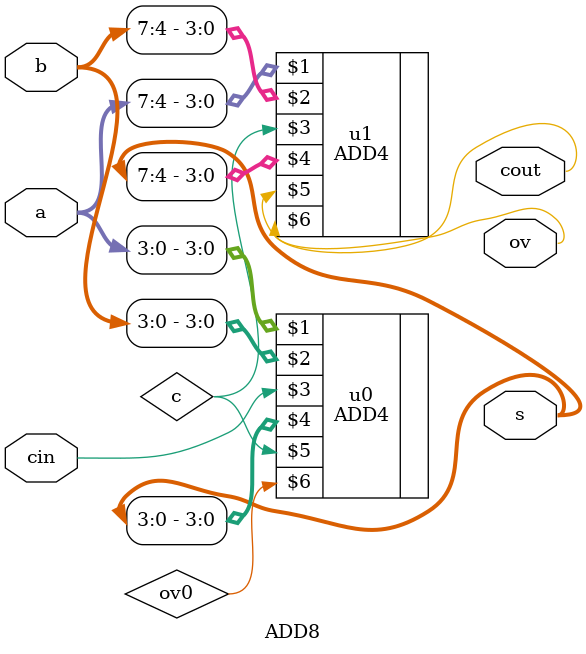
<source format=v>
module ADD8(a,b,cin,s,cout,ov);

input [7:0] a,b;
input cin;
output [7:0] s;
output cout,ov;
wire c,ov0;

ADD4 u0(a[3:0],b[3:0],cin,s[3:0],c,ov0);
ADD4 u1(a[7:4],b[7:4],c,s[7:4],cout,ov);

endmodule

</source>
